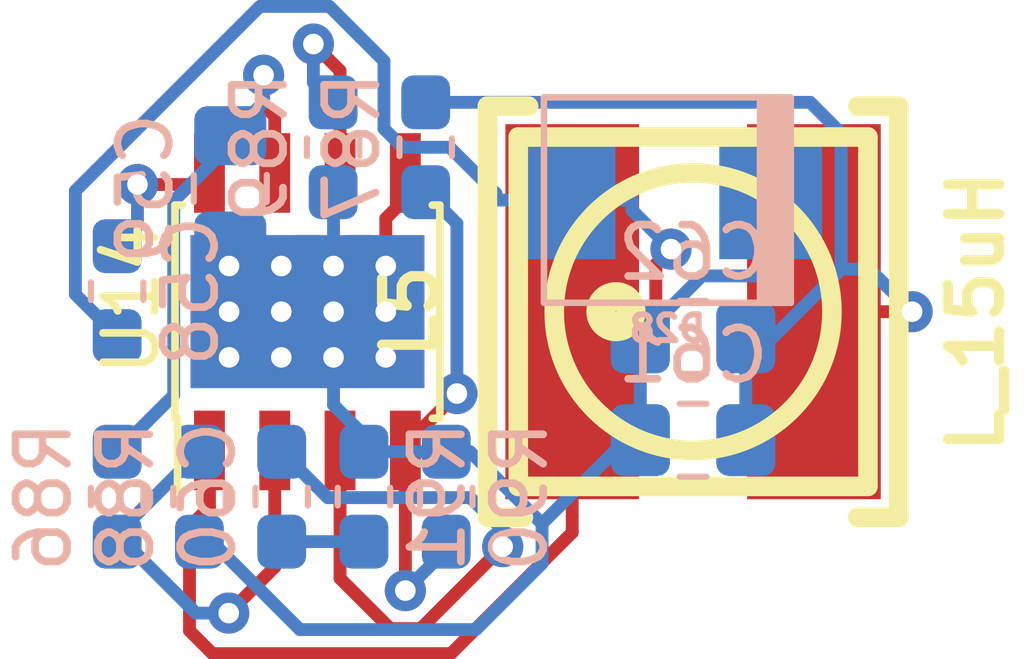
<source format=kicad_pcb>
(kicad_pcb (version 20171130) (host pcbnew 5.1.2-f72e74a~84~ubuntu18.04.1)

  (general
    (thickness 1.6)
    (drawings 0)
    (tracks 120)
    (zones 0)
    (modules 14)
    (nets 11)
  )

  (page A4)
  (layers
    (0 F.Cu signal)
    (31 B.Cu signal)
    (32 B.Adhes user)
    (33 F.Adhes user)
    (34 B.Paste user)
    (35 F.Paste user)
    (36 B.SilkS user)
    (37 F.SilkS user)
    (38 B.Mask user)
    (39 F.Mask user)
    (40 Dwgs.User user)
    (41 Cmts.User user)
    (42 Eco1.User user)
    (43 Eco2.User user)
    (44 Edge.Cuts user)
    (45 Margin user)
    (46 B.CrtYd user)
    (47 F.CrtYd user)
    (48 B.Fab user hide)
    (49 F.Fab user hide)
  )

  (setup
    (last_trace_width 0.25)
    (trace_clearance 0.2)
    (zone_clearance 0.508)
    (zone_45_only no)
    (trace_min 0.2)
    (via_size 0.8)
    (via_drill 0.4)
    (via_min_size 0.4)
    (via_min_drill 0.3)
    (uvia_size 0.3)
    (uvia_drill 0.1)
    (uvias_allowed no)
    (uvia_min_size 0.2)
    (uvia_min_drill 0.1)
    (edge_width 0.1)
    (segment_width 0.2)
    (pcb_text_width 0.3)
    (pcb_text_size 1.5 1.5)
    (mod_edge_width 0.15)
    (mod_text_size 1 1)
    (mod_text_width 0.15)
    (pad_size 1.524 1.524)
    (pad_drill 0.762)
    (pad_to_mask_clearance 0)
    (aux_axis_origin 0 0)
    (visible_elements FFFFFF7F)
    (pcbplotparams
      (layerselection 0x010fc_ffffffff)
      (usegerberextensions false)
      (usegerberattributes false)
      (usegerberadvancedattributes false)
      (creategerberjobfile false)
      (excludeedgelayer true)
      (linewidth 0.100000)
      (plotframeref false)
      (viasonmask false)
      (mode 1)
      (useauxorigin false)
      (hpglpennumber 1)
      (hpglpenspeed 20)
      (hpglpendiameter 15.000000)
      (psnegative false)
      (psa4output false)
      (plotreference true)
      (plotvalue true)
      (plotinvisibletext false)
      (padsonsilk false)
      (subtractmaskfromsilk false)
      (outputformat 1)
      (mirror false)
      (drillshape 1)
      (scaleselection 1)
      (outputdirectory ""))
  )

  (net 0 "")
  (net 1 "Net-(C58-Pad2)")
  (net 2 "Net-(C58-Pad1)")
  (net 3 GND)
  (net 4 +12V)
  (net 5 "Net-(C60-Pad2)")
  (net 6 "Net-(C60-Pad1)")
  (net 7 +5V)
  (net 8 "Net-(R86-Pad2)")
  (net 9 "Net-(R87-Pad2)")
  (net 10 "Net-(R89-Pad1)")

  (net_class Default "This is the default net class."
    (clearance 0.2)
    (trace_width 0.25)
    (via_dia 0.8)
    (via_drill 0.4)
    (uvia_dia 0.3)
    (uvia_drill 0.1)
    (add_net +12V)
    (add_net +5V)
    (add_net GND)
    (add_net "Net-(C58-Pad1)")
    (add_net "Net-(C58-Pad2)")
    (add_net "Net-(C60-Pad1)")
    (add_net "Net-(C60-Pad2)")
    (add_net "Net-(R86-Pad2)")
    (add_net "Net-(R87-Pad2)")
    (add_net "Net-(R89-Pad1)")
  )

  (module footprint-lib:MP1584,SOIC-8_3.9x4.9mm_P1.27mm,thermal_via locked (layer F.Cu) (tedit 5CDE3F96) (tstamp 5D04CEEE)
    (at 54.5 42 90)
    (descr MP1584)
    (tags "MP1584 SOIC-8")
    (path /5CE0CAE9)
    (attr smd)
    (fp_text reference U14 (at 0.254 -3.429 90) (layer F.SilkS)
      (effects (font (size 1 1) (thickness 0.15)))
    )
    (fp_text value MP1584 (at 0 3.5 90) (layer F.Fab)
      (effects (font (size 1 1) (thickness 0.15)))
    )
    (fp_line (start -2.075 -2.525) (end -3.475 -2.525) (layer F.SilkS) (width 0.15))
    (fp_line (start -2.075 2.575) (end 2.075 2.575) (layer F.SilkS) (width 0.15))
    (fp_line (start -2.075 -2.575) (end 2.075 -2.575) (layer F.SilkS) (width 0.15))
    (fp_line (start -2.075 2.575) (end -2.075 2.43) (layer F.SilkS) (width 0.15))
    (fp_line (start 2.075 2.575) (end 2.075 2.43) (layer F.SilkS) (width 0.15))
    (fp_line (start 2.075 -2.575) (end 2.075 -2.43) (layer F.SilkS) (width 0.15))
    (fp_line (start -2.075 -2.575) (end -2.075 -2.525) (layer F.SilkS) (width 0.15))
    (fp_line (start -3.73 2.7) (end 3.73 2.7) (layer F.CrtYd) (width 0.05))
    (fp_line (start -3.73 -2.7) (end 3.73 -2.7) (layer F.CrtYd) (width 0.05))
    (fp_line (start 3.73 -2.7) (end 3.73 2.7) (layer F.CrtYd) (width 0.05))
    (fp_line (start -3.73 -2.7) (end -3.73 2.7) (layer F.CrtYd) (width 0.05))
    (fp_line (start -1.95 -1.45) (end -0.95 -2.45) (layer F.Fab) (width 0.1))
    (fp_line (start -1.95 2.45) (end -1.95 -1.45) (layer F.Fab) (width 0.1))
    (fp_line (start 1.95 2.45) (end -1.95 2.45) (layer F.Fab) (width 0.1))
    (fp_line (start 1.95 -2.45) (end 1.95 2.45) (layer F.Fab) (width 0.1))
    (fp_line (start -0.95 -2.45) (end 1.95 -2.45) (layer F.Fab) (width 0.1))
    (fp_text user %R (at 0 0 90) (layer F.Fab)
      (effects (font (size 1 1) (thickness 0.15)))
    )
    (pad G thru_hole rect (at 0 1.524 90) (size 1.2 1.5) (drill 0.4) (layers *.Cu F.Mask)
      (net 3 GND))
    (pad G thru_hole rect (at 0.889 1.524 90) (size 1.2 1.5) (drill 0.4) (layers *.Cu F.Mask)
      (net 3 GND))
    (pad G thru_hole rect (at -0.889 1.524 90) (size 1.2 1.5) (drill 0.4) (layers *.Cu F.Mask)
      (net 3 GND))
    (pad G thru_hole rect (at 0 0.508 90) (size 1.2 1.5) (drill 0.4) (layers *.Cu F.Mask)
      (net 3 GND))
    (pad G thru_hole rect (at 0.889 0.508 90) (size 1.2 1.5) (drill 0.4) (layers *.Cu F.Mask)
      (net 3 GND))
    (pad G thru_hole rect (at -0.889 0.508 90) (size 1.2 1.5) (drill 0.4) (layers *.Cu F.Mask)
      (net 3 GND))
    (pad G thru_hole rect (at 0 -0.508 90) (size 1.2 1.5) (drill 0.4) (layers *.Cu F.Mask)
      (net 3 GND))
    (pad G thru_hole rect (at 0.889 -0.508 90) (size 1.2 1.5) (drill 0.4) (layers *.Cu F.Mask)
      (net 3 GND))
    (pad G thru_hole rect (at -0.889 -0.508 90) (size 1.2 1.5) (drill 0.4) (layers *.Cu F.Mask)
      (net 3 GND))
    (pad G thru_hole rect (at 0.889 -1.524 90) (size 1.2 1.5) (drill 0.4) (layers *.Cu F.Mask)
      (net 3 GND))
    (pad G thru_hole rect (at 0 -1.524 90) (size 1.2 1.5) (drill 0.4) (layers *.Cu F.Mask)
      (net 3 GND))
    (pad G thru_hole rect (at -0.889 -1.524 90) (size 1.2 1.5) (drill 0.4) (layers *.Cu F.Mask)
      (net 3 GND))
    (pad 8 smd rect (at 2.7 -1.905 90) (size 1.55 0.6) (layers F.Cu F.Paste F.Mask)
      (net 1 "Net-(C58-Pad2)"))
    (pad 7 smd rect (at 2.7 -0.635 90) (size 1.55 0.6) (layers F.Cu F.Paste F.Mask)
      (net 4 +12V))
    (pad 6 smd rect (at 2.7 0.635 90) (size 1.55 0.6) (layers F.Cu F.Paste F.Mask)
      (net 10 "Net-(R89-Pad1)"))
    (pad 5 smd rect (at 2.7 1.905 90) (size 1.55 0.6) (layers F.Cu F.Paste F.Mask)
      (net 3 GND))
    (pad 4 smd rect (at -2.7 1.905 90) (size 1.55 0.6) (layers F.Cu F.Paste F.Mask)
      (net 9 "Net-(R87-Pad2)"))
    (pad 3 smd rect (at -2.7 0.635 90) (size 1.55 0.6) (layers F.Cu F.Paste F.Mask)
      (net 6 "Net-(C60-Pad1)"))
    (pad 2 smd rect (at -2.7 -0.635 90) (size 1.55 0.6) (layers F.Cu F.Paste F.Mask)
      (net 8 "Net-(R86-Pad2)"))
    (pad 1 smd rect (at -2.7 -1.905 90) (size 1.55 0.6) (layers F.Cu F.Paste F.Mask)
      (net 2 "Net-(C58-Pad1)"))
    (model ${KISYS3DMOD}/Package_SO.3dshapes/SOIC-8_3.9x4.9mm_P1.27mm.wrl
      (at (xyz 0 0 0))
      (scale (xyz 1 1 1))
      (rotate (xyz 0 0 0))
    )
  )

  (module Resistor_SMD:R_0603_1608Metric_Pad1.05x0.95mm_HandSolder (layer B.Cu) (tedit 5B301BBD) (tstamp 5D04CEC5)
    (at 55.6 45.6 90)
    (descr "Resistor SMD 0603 (1608 Metric), square (rectangular) end terminal, IPC_7351 nominal with elongated pad for handsoldering. (Body size source: http://www.tortai-tech.com/upload/download/2011102023233369053.pdf), generated with kicad-footprint-generator")
    (tags "resistor handsolder")
    (path /5CE0CAF1)
    (attr smd)
    (fp_text reference R91 (at 0 1.43 90) (layer B.SilkS)
      (effects (font (size 1 1) (thickness 0.15)) (justify mirror))
    )
    (fp_text value R104,0603 (at 0 -1.43 90) (layer B.Fab)
      (effects (font (size 1 1) (thickness 0.15)) (justify mirror))
    )
    (fp_text user %R (at 0 0 90) (layer B.Fab)
      (effects (font (size 0.4 0.4) (thickness 0.06)) (justify mirror))
    )
    (fp_line (start 1.65 -0.73) (end -1.65 -0.73) (layer B.CrtYd) (width 0.05))
    (fp_line (start 1.65 0.73) (end 1.65 -0.73) (layer B.CrtYd) (width 0.05))
    (fp_line (start -1.65 0.73) (end 1.65 0.73) (layer B.CrtYd) (width 0.05))
    (fp_line (start -1.65 -0.73) (end -1.65 0.73) (layer B.CrtYd) (width 0.05))
    (fp_line (start -0.171267 -0.51) (end 0.171267 -0.51) (layer B.SilkS) (width 0.12))
    (fp_line (start -0.171267 0.51) (end 0.171267 0.51) (layer B.SilkS) (width 0.12))
    (fp_line (start 0.8 -0.4) (end -0.8 -0.4) (layer B.Fab) (width 0.1))
    (fp_line (start 0.8 0.4) (end 0.8 -0.4) (layer B.Fab) (width 0.1))
    (fp_line (start -0.8 0.4) (end 0.8 0.4) (layer B.Fab) (width 0.1))
    (fp_line (start -0.8 -0.4) (end -0.8 0.4) (layer B.Fab) (width 0.1))
    (pad 2 smd roundrect (at 0.875 0 90) (size 1.05 0.95) (layers B.Cu B.Paste B.Mask) (roundrect_rratio 0.25)
      (net 3 GND))
    (pad 1 smd roundrect (at -0.875 0 90) (size 1.05 0.95) (layers B.Cu B.Paste B.Mask) (roundrect_rratio 0.25)
      (net 5 "Net-(C60-Pad2)"))
    (model ${KISYS3DMOD}/Resistor_SMD.3dshapes/R_0603_1608Metric.wrl
      (at (xyz 0 0 0))
      (scale (xyz 1 1 1))
      (rotate (xyz 0 0 0))
    )
  )

  (module Resistor_SMD:R_0603_1608Metric_Pad1.05x0.95mm_HandSolder (layer B.Cu) (tedit 5B301BBD) (tstamp 5D04CEB4)
    (at 57.2 45.6 90)
    (descr "Resistor SMD 0603 (1608 Metric), square (rectangular) end terminal, IPC_7351 nominal with elongated pad for handsoldering. (Body size source: http://www.tortai-tech.com/upload/download/2011102023233369053.pdf), generated with kicad-footprint-generator")
    (tags "resistor handsolder")
    (path /5CDF3426)
    (attr smd)
    (fp_text reference R90 (at 0 1.43 90) (layer B.SilkS)
      (effects (font (size 1 1) (thickness 0.15)) (justify mirror))
    )
    (fp_text value R433,0603 (at 0 -1.43 90) (layer B.Fab)
      (effects (font (size 1 1) (thickness 0.15)) (justify mirror))
    )
    (fp_text user %R (at 0 0 90) (layer B.Fab)
      (effects (font (size 0.4 0.4) (thickness 0.06)) (justify mirror))
    )
    (fp_line (start 1.65 -0.73) (end -1.65 -0.73) (layer B.CrtYd) (width 0.05))
    (fp_line (start 1.65 0.73) (end 1.65 -0.73) (layer B.CrtYd) (width 0.05))
    (fp_line (start -1.65 0.73) (end 1.65 0.73) (layer B.CrtYd) (width 0.05))
    (fp_line (start -1.65 -0.73) (end -1.65 0.73) (layer B.CrtYd) (width 0.05))
    (fp_line (start -0.171267 -0.51) (end 0.171267 -0.51) (layer B.SilkS) (width 0.12))
    (fp_line (start -0.171267 0.51) (end 0.171267 0.51) (layer B.SilkS) (width 0.12))
    (fp_line (start 0.8 -0.4) (end -0.8 -0.4) (layer B.Fab) (width 0.1))
    (fp_line (start 0.8 0.4) (end 0.8 -0.4) (layer B.Fab) (width 0.1))
    (fp_line (start -0.8 0.4) (end 0.8 0.4) (layer B.Fab) (width 0.1))
    (fp_line (start -0.8 -0.4) (end -0.8 0.4) (layer B.Fab) (width 0.1))
    (pad 2 smd roundrect (at 0.875 0 90) (size 1.05 0.95) (layers B.Cu B.Paste B.Mask) (roundrect_rratio 0.25)
      (net 3 GND))
    (pad 1 smd roundrect (at -0.875 0 90) (size 1.05 0.95) (layers B.Cu B.Paste B.Mask) (roundrect_rratio 0.25)
      (net 9 "Net-(R87-Pad2)"))
    (model ${KISYS3DMOD}/Resistor_SMD.3dshapes/R_0603_1608Metric.wrl
      (at (xyz 0 0 0))
      (scale (xyz 1 1 1))
      (rotate (xyz 0 0 0))
    )
  )

  (module Resistor_SMD:R_0603_1608Metric_Pad1.05x0.95mm_HandSolder (layer B.Cu) (tedit 5B301BBD) (tstamp 5D04CEA3)
    (at 55 38.8 270)
    (descr "Resistor SMD 0603 (1608 Metric), square (rectangular) end terminal, IPC_7351 nominal with elongated pad for handsoldering. (Body size source: http://www.tortai-tech.com/upload/download/2011102023233369053.pdf), generated with kicad-footprint-generator")
    (tags "resistor handsolder")
    (path /5CE0CAEE)
    (attr smd)
    (fp_text reference R89 (at 0 1.43 90) (layer B.SilkS)
      (effects (font (size 1 1) (thickness 0.15)) (justify mirror))
    )
    (fp_text value R104,0603 (at 0 -1.43 90) (layer B.Fab)
      (effects (font (size 1 1) (thickness 0.15)) (justify mirror))
    )
    (fp_text user %R (at 0 0 90) (layer B.Fab)
      (effects (font (size 0.4 0.4) (thickness 0.06)) (justify mirror))
    )
    (fp_line (start 1.65 -0.73) (end -1.65 -0.73) (layer B.CrtYd) (width 0.05))
    (fp_line (start 1.65 0.73) (end 1.65 -0.73) (layer B.CrtYd) (width 0.05))
    (fp_line (start -1.65 0.73) (end 1.65 0.73) (layer B.CrtYd) (width 0.05))
    (fp_line (start -1.65 -0.73) (end -1.65 0.73) (layer B.CrtYd) (width 0.05))
    (fp_line (start -0.171267 -0.51) (end 0.171267 -0.51) (layer B.SilkS) (width 0.12))
    (fp_line (start -0.171267 0.51) (end 0.171267 0.51) (layer B.SilkS) (width 0.12))
    (fp_line (start 0.8 -0.4) (end -0.8 -0.4) (layer B.Fab) (width 0.1))
    (fp_line (start 0.8 0.4) (end 0.8 -0.4) (layer B.Fab) (width 0.1))
    (fp_line (start -0.8 0.4) (end 0.8 0.4) (layer B.Fab) (width 0.1))
    (fp_line (start -0.8 -0.4) (end -0.8 0.4) (layer B.Fab) (width 0.1))
    (pad 2 smd roundrect (at 0.875 0 270) (size 1.05 0.95) (layers B.Cu B.Paste B.Mask) (roundrect_rratio 0.25)
      (net 3 GND))
    (pad 1 smd roundrect (at -0.875 0 270) (size 1.05 0.95) (layers B.Cu B.Paste B.Mask) (roundrect_rratio 0.25)
      (net 10 "Net-(R89-Pad1)"))
    (model ${KISYS3DMOD}/Resistor_SMD.3dshapes/R_0603_1608Metric.wrl
      (at (xyz 0 0 0))
      (scale (xyz 1 1 1))
      (rotate (xyz 0 0 0))
    )
  )

  (module Resistor_SMD:R_0603_1608Metric_Pad1.05x0.95mm_HandSolder (layer B.Cu) (tedit 5B301BBD) (tstamp 5D04CE92)
    (at 52.4 45.6 270)
    (descr "Resistor SMD 0603 (1608 Metric), square (rectangular) end terminal, IPC_7351 nominal with elongated pad for handsoldering. (Body size source: http://www.tortai-tech.com/upload/download/2011102023233369053.pdf), generated with kicad-footprint-generator")
    (tags "resistor handsolder")
    (path /5CE0CAEF)
    (attr smd)
    (fp_text reference R88 (at 0 1.43 90) (layer B.SilkS)
      (effects (font (size 1 1) (thickness 0.15)) (justify mirror))
    )
    (fp_text value R240,0603 (at 0 -1.43 90) (layer B.Fab)
      (effects (font (size 1 1) (thickness 0.15)) (justify mirror))
    )
    (fp_text user %R (at 0 0 90) (layer B.Fab)
      (effects (font (size 0.4 0.4) (thickness 0.06)) (justify mirror))
    )
    (fp_line (start 1.65 -0.73) (end -1.65 -0.73) (layer B.CrtYd) (width 0.05))
    (fp_line (start 1.65 0.73) (end 1.65 -0.73) (layer B.CrtYd) (width 0.05))
    (fp_line (start -1.65 0.73) (end 1.65 0.73) (layer B.CrtYd) (width 0.05))
    (fp_line (start -1.65 -0.73) (end -1.65 0.73) (layer B.CrtYd) (width 0.05))
    (fp_line (start -0.171267 -0.51) (end 0.171267 -0.51) (layer B.SilkS) (width 0.12))
    (fp_line (start -0.171267 0.51) (end 0.171267 0.51) (layer B.SilkS) (width 0.12))
    (fp_line (start 0.8 -0.4) (end -0.8 -0.4) (layer B.Fab) (width 0.1))
    (fp_line (start 0.8 0.4) (end 0.8 -0.4) (layer B.Fab) (width 0.1))
    (fp_line (start -0.8 0.4) (end 0.8 0.4) (layer B.Fab) (width 0.1))
    (fp_line (start -0.8 -0.4) (end -0.8 0.4) (layer B.Fab) (width 0.1))
    (pad 2 smd roundrect (at 0.875 0 270) (size 1.05 0.95) (layers B.Cu B.Paste B.Mask) (roundrect_rratio 0.25)
      (net 3 GND))
    (pad 1 smd roundrect (at -0.875 0 270) (size 1.05 0.95) (layers B.Cu B.Paste B.Mask) (roundrect_rratio 0.25)
      (net 8 "Net-(R86-Pad2)"))
    (model ${KISYS3DMOD}/Resistor_SMD.3dshapes/R_0603_1608Metric.wrl
      (at (xyz 0 0 0))
      (scale (xyz 1 1 1))
      (rotate (xyz 0 0 0))
    )
  )

  (module Resistor_SMD:R_0603_1608Metric_Pad1.05x0.95mm_HandSolder (layer B.Cu) (tedit 5B301BBD) (tstamp 5D04CE81)
    (at 56.8 38.8 270)
    (descr "Resistor SMD 0603 (1608 Metric), square (rectangular) end terminal, IPC_7351 nominal with elongated pad for handsoldering. (Body size source: http://www.tortai-tech.com/upload/download/2011102023233369053.pdf), generated with kicad-footprint-generator")
    (tags "resistor handsolder")
    (path /5CE0CAF5)
    (attr smd)
    (fp_text reference R87 (at 0 1.43 90) (layer B.SilkS)
      (effects (font (size 1 1) (thickness 0.15)) (justify mirror))
    )
    (fp_text value R224,0603 (at 0 -1.43 90) (layer B.Fab)
      (effects (font (size 1 1) (thickness 0.15)) (justify mirror))
    )
    (fp_text user %R (at 0 0 90) (layer B.Fab)
      (effects (font (size 0.4 0.4) (thickness 0.06)) (justify mirror))
    )
    (fp_line (start 1.65 -0.73) (end -1.65 -0.73) (layer B.CrtYd) (width 0.05))
    (fp_line (start 1.65 0.73) (end 1.65 -0.73) (layer B.CrtYd) (width 0.05))
    (fp_line (start -1.65 0.73) (end 1.65 0.73) (layer B.CrtYd) (width 0.05))
    (fp_line (start -1.65 -0.73) (end -1.65 0.73) (layer B.CrtYd) (width 0.05))
    (fp_line (start -0.171267 -0.51) (end 0.171267 -0.51) (layer B.SilkS) (width 0.12))
    (fp_line (start -0.171267 0.51) (end 0.171267 0.51) (layer B.SilkS) (width 0.12))
    (fp_line (start 0.8 -0.4) (end -0.8 -0.4) (layer B.Fab) (width 0.1))
    (fp_line (start 0.8 0.4) (end 0.8 -0.4) (layer B.Fab) (width 0.1))
    (fp_line (start -0.8 0.4) (end 0.8 0.4) (layer B.Fab) (width 0.1))
    (fp_line (start -0.8 -0.4) (end -0.8 0.4) (layer B.Fab) (width 0.1))
    (pad 2 smd roundrect (at 0.875 0 270) (size 1.05 0.95) (layers B.Cu B.Paste B.Mask) (roundrect_rratio 0.25)
      (net 9 "Net-(R87-Pad2)"))
    (pad 1 smd roundrect (at -0.875 0 270) (size 1.05 0.95) (layers B.Cu B.Paste B.Mask) (roundrect_rratio 0.25)
      (net 7 +5V))
    (model ${KISYS3DMOD}/Resistor_SMD.3dshapes/R_0603_1608Metric.wrl
      (at (xyz 0 0 0))
      (scale (xyz 1 1 1))
      (rotate (xyz 0 0 0))
    )
  )

  (module Resistor_SMD:R_0603_1608Metric_Pad1.05x0.95mm_HandSolder (layer B.Cu) (tedit 5B301BBD) (tstamp 5D04CE70)
    (at 50.8 45.6 270)
    (descr "Resistor SMD 0603 (1608 Metric), square (rectangular) end terminal, IPC_7351 nominal with elongated pad for handsoldering. (Body size source: http://www.tortai-tech.com/upload/download/2011102023233369053.pdf), generated with kicad-footprint-generator")
    (tags "resistor handsolder")
    (path /5CDEDCCB)
    (attr smd)
    (fp_text reference R86 (at 0 1.43 90) (layer B.SilkS)
      (effects (font (size 1 1) (thickness 0.15)) (justify mirror))
    )
    (fp_text value R104,0603 (at 0 -1.43 90) (layer B.Fab)
      (effects (font (size 1 1) (thickness 0.15)) (justify mirror))
    )
    (fp_text user %R (at 0 0 90) (layer B.Fab)
      (effects (font (size 0.4 0.4) (thickness 0.06)) (justify mirror))
    )
    (fp_line (start 1.65 -0.73) (end -1.65 -0.73) (layer B.CrtYd) (width 0.05))
    (fp_line (start 1.65 0.73) (end 1.65 -0.73) (layer B.CrtYd) (width 0.05))
    (fp_line (start -1.65 0.73) (end 1.65 0.73) (layer B.CrtYd) (width 0.05))
    (fp_line (start -1.65 -0.73) (end -1.65 0.73) (layer B.CrtYd) (width 0.05))
    (fp_line (start -0.171267 -0.51) (end 0.171267 -0.51) (layer B.SilkS) (width 0.12))
    (fp_line (start -0.171267 0.51) (end 0.171267 0.51) (layer B.SilkS) (width 0.12))
    (fp_line (start 0.8 -0.4) (end -0.8 -0.4) (layer B.Fab) (width 0.1))
    (fp_line (start 0.8 0.4) (end 0.8 -0.4) (layer B.Fab) (width 0.1))
    (fp_line (start -0.8 0.4) (end 0.8 0.4) (layer B.Fab) (width 0.1))
    (fp_line (start -0.8 -0.4) (end -0.8 0.4) (layer B.Fab) (width 0.1))
    (pad 2 smd roundrect (at 0.875 0 270) (size 1.05 0.95) (layers B.Cu B.Paste B.Mask) (roundrect_rratio 0.25)
      (net 8 "Net-(R86-Pad2)"))
    (pad 1 smd roundrect (at -0.875 0 270) (size 1.05 0.95) (layers B.Cu B.Paste B.Mask) (roundrect_rratio 0.25)
      (net 4 +12V))
    (model ${KISYS3DMOD}/Resistor_SMD.3dshapes/R_0603_1608Metric.wrl
      (at (xyz 0 0 0))
      (scale (xyz 1 1 1))
      (rotate (xyz 0 0 0))
    )
  )

  (module w_smd_inductors:inductor_smd_6.8x3.8mm (layer F.Cu) (tedit 5B6311A7) (tstamp 5D04D107)
    (at 62 42 90)
    (descr "Inductor SMD, 6.8x6.8mm x h.3.8mm, Bourns SRR6038")
    (path /5CDF1242)
    (fp_text reference L5 (at 0 -5.5 90) (layer F.SilkS)
      (effects (font (size 1 1) (thickness 0.2)))
    )
    (fp_text value L_15uH (at 0 5.5 90) (layer F.SilkS)
      (effects (font (size 1 1) (thickness 0.2)))
    )
    (fp_circle (center 0 -1.5) (end 0.5 -1.5) (layer F.SilkS) (width 0.15))
    (fp_circle (center 0 -1.5) (end 0.4 -1.5) (layer F.SilkS) (width 0.15))
    (fp_line (start -4 3.2) (end -4 4) (layer F.SilkS) (width 0.381))
    (fp_line (start -4 4) (end 4 4) (layer F.SilkS) (width 0.381))
    (fp_line (start 4 4) (end 4 3.2) (layer F.SilkS) (width 0.381))
    (fp_line (start -4 -3.3) (end -4 -4) (layer F.SilkS) (width 0.381))
    (fp_line (start -4 -4) (end 4 -4) (layer F.SilkS) (width 0.381))
    (fp_line (start 4 -4) (end 4 -3.2) (layer F.SilkS) (width 0.381))
    (fp_circle (center 0 0) (end 2.7 0) (layer F.SilkS) (width 0.381))
    (fp_line (start -3.4 -3.4) (end 3.4 -3.4) (layer F.SilkS) (width 0.381))
    (fp_line (start 3.4 -3.4) (end 3.4 3.4) (layer F.SilkS) (width 0.381))
    (fp_line (start 3.4 3.4) (end -3.4 3.4) (layer F.SilkS) (width 0.381))
    (fp_line (start -3.4 3.4) (end -3.4 -3.4) (layer F.SilkS) (width 0.381))
    (fp_circle (center 0 -1.5) (end 0 -1.3) (layer F.SilkS) (width 0.381))
    (pad 1 smd rect (at 0 -2.35 90) (size 7.3 2.6) (layers F.Cu F.Paste F.Mask)
      (net 2 "Net-(C58-Pad1)"))
    (pad 2 smd rect (at 0 2.35 90) (size 7.3 2.6) (layers F.Cu F.Paste F.Mask)
      (net 7 +5V))
    (model ${HOME}/_workspace/kicad/kicad_library/smisioto-footprints/modules/packages3d/walter/smd_inductors/inductor_smd_6.8x3.8mm.wrl
      (at (xyz 0 0 0))
      (scale (xyz 1 1 1))
      (rotate (xyz 0 0 0))
    )
  )

  (module w_smd_diode:do214aa (layer B.Cu) (tedit 0) (tstamp 5D04CE32)
    (at 61.5 39.8275)
    (descr DO214AA)
    (path /5CE0CAF3)
    (fp_text reference D28 (at 0 2.49936) (layer B.SilkS)
      (effects (font (size 0.50038 0.50038) (thickness 0.11938)) (justify mirror))
    )
    (fp_text value SD_1N5822_SS34 (at 0 -2.49936) (layer B.SilkS) hide
      (effects (font (size 0.50038 0.50038) (thickness 0.11938)) (justify mirror))
    )
    (fp_line (start -2.4003 1.99898) (end 2.4003 1.99898) (layer B.SilkS) (width 0.127))
    (fp_line (start -2.4003 -1.99898) (end -2.4003 1.99898) (layer B.SilkS) (width 0.127))
    (fp_line (start 2.4003 -1.99898) (end -2.4003 -1.99898) (layer B.SilkS) (width 0.127))
    (fp_line (start 2.4003 1.99898) (end 2.4003 -1.99898) (layer B.SilkS) (width 0.127))
    (fp_line (start 1.80086 1.99898) (end 1.80086 -1.99898) (layer B.SilkS) (width 0.127))
    (fp_line (start 1.89992 1.99898) (end 1.89992 -1.99898) (layer B.SilkS) (width 0.127))
    (fp_line (start 1.99898 -1.99898) (end 1.99898 1.99898) (layer B.SilkS) (width 0.127))
    (fp_line (start 2.10058 1.99898) (end 2.10058 -1.99898) (layer B.SilkS) (width 0.127))
    (fp_line (start 2.19964 -1.99898) (end 2.19964 1.99898) (layer B.SilkS) (width 0.127))
    (fp_line (start 2.30124 1.99898) (end 2.30124 -1.99898) (layer B.SilkS) (width 0.127))
    (pad 1 smd rect (at -2.00914 0) (size 1.99898 2.30124) (layers B.Cu B.Paste B.Mask)
      (net 2 "Net-(C58-Pad1)"))
    (pad 2 smd rect (at 2.00914 0) (size 1.99898 2.30124) (layers B.Cu B.Paste B.Mask)
      (net 3 GND))
    (model ${HOME}/_workspace/kicad/kicad_library/smisioto-footprints/modules/packages3d/walter/smd_diode/do214aa.wrl
      (at (xyz 0 0 0))
      (scale (xyz 1 1 1))
      (rotate (xyz 0 0 0))
    )
  )

  (module Capacitor_SMD:C_0805_2012Metric_Pad1.15x1.40mm_HandSolder (layer B.Cu) (tedit 5B36C52B) (tstamp 5D04CE22)
    (at 62 42.5 180)
    (descr "Capacitor SMD 0805 (2012 Metric), square (rectangular) end terminal, IPC_7351 nominal with elongated pad for handsoldering. (Body size source: https://docs.google.com/spreadsheets/d/1BsfQQcO9C6DZCsRaXUlFlo91Tg2WpOkGARC1WS5S8t0/edit?usp=sharing), generated with kicad-footprint-generator")
    (tags "capacitor handsolder")
    (path /5CDED5E2)
    (attr smd)
    (fp_text reference C62 (at 0 1.65) (layer B.SilkS)
      (effects (font (size 1 1) (thickness 0.15)) (justify mirror))
    )
    (fp_text value C106,0805 (at 0 -1.65) (layer B.Fab)
      (effects (font (size 1 1) (thickness 0.15)) (justify mirror))
    )
    (fp_text user %R (at 0 0) (layer B.Fab)
      (effects (font (size 0.5 0.5) (thickness 0.08)) (justify mirror))
    )
    (fp_line (start 1.85 -0.95) (end -1.85 -0.95) (layer B.CrtYd) (width 0.05))
    (fp_line (start 1.85 0.95) (end 1.85 -0.95) (layer B.CrtYd) (width 0.05))
    (fp_line (start -1.85 0.95) (end 1.85 0.95) (layer B.CrtYd) (width 0.05))
    (fp_line (start -1.85 -0.95) (end -1.85 0.95) (layer B.CrtYd) (width 0.05))
    (fp_line (start -0.261252 -0.71) (end 0.261252 -0.71) (layer B.SilkS) (width 0.12))
    (fp_line (start -0.261252 0.71) (end 0.261252 0.71) (layer B.SilkS) (width 0.12))
    (fp_line (start 1 -0.6) (end -1 -0.6) (layer B.Fab) (width 0.1))
    (fp_line (start 1 0.6) (end 1 -0.6) (layer B.Fab) (width 0.1))
    (fp_line (start -1 0.6) (end 1 0.6) (layer B.Fab) (width 0.1))
    (fp_line (start -1 -0.6) (end -1 0.6) (layer B.Fab) (width 0.1))
    (pad 2 smd roundrect (at 1.025 0 180) (size 1.15 1.4) (layers B.Cu B.Paste B.Mask) (roundrect_rratio 0.217391)
      (net 3 GND))
    (pad 1 smd roundrect (at -1.025 0 180) (size 1.15 1.4) (layers B.Cu B.Paste B.Mask) (roundrect_rratio 0.217391)
      (net 7 +5V))
    (model ${KISYS3DMOD}/Capacitor_SMD.3dshapes/C_0805_2012Metric.wrl
      (at (xyz 0 0 0))
      (scale (xyz 1 1 1))
      (rotate (xyz 0 0 0))
    )
  )

  (module Capacitor_SMD:C_0805_2012Metric_Pad1.15x1.40mm_HandSolder (layer B.Cu) (tedit 5B36C52B) (tstamp 5D04CE11)
    (at 62 44.5 180)
    (descr "Capacitor SMD 0805 (2012 Metric), square (rectangular) end terminal, IPC_7351 nominal with elongated pad for handsoldering. (Body size source: https://docs.google.com/spreadsheets/d/1BsfQQcO9C6DZCsRaXUlFlo91Tg2WpOkGARC1WS5S8t0/edit?usp=sharing), generated with kicad-footprint-generator")
    (tags "capacitor handsolder")
    (path /5CDED279)
    (attr smd)
    (fp_text reference C61 (at 0 1.65) (layer B.SilkS)
      (effects (font (size 1 1) (thickness 0.15)) (justify mirror))
    )
    (fp_text value C106,0805 (at 0 -1.65) (layer B.Fab)
      (effects (font (size 1 1) (thickness 0.15)) (justify mirror))
    )
    (fp_text user %R (at 0 0) (layer B.Fab)
      (effects (font (size 0.5 0.5) (thickness 0.08)) (justify mirror))
    )
    (fp_line (start 1.85 -0.95) (end -1.85 -0.95) (layer B.CrtYd) (width 0.05))
    (fp_line (start 1.85 0.95) (end 1.85 -0.95) (layer B.CrtYd) (width 0.05))
    (fp_line (start -1.85 0.95) (end 1.85 0.95) (layer B.CrtYd) (width 0.05))
    (fp_line (start -1.85 -0.95) (end -1.85 0.95) (layer B.CrtYd) (width 0.05))
    (fp_line (start -0.261252 -0.71) (end 0.261252 -0.71) (layer B.SilkS) (width 0.12))
    (fp_line (start -0.261252 0.71) (end 0.261252 0.71) (layer B.SilkS) (width 0.12))
    (fp_line (start 1 -0.6) (end -1 -0.6) (layer B.Fab) (width 0.1))
    (fp_line (start 1 0.6) (end 1 -0.6) (layer B.Fab) (width 0.1))
    (fp_line (start -1 0.6) (end 1 0.6) (layer B.Fab) (width 0.1))
    (fp_line (start -1 -0.6) (end -1 0.6) (layer B.Fab) (width 0.1))
    (pad 2 smd roundrect (at 1.025 0 180) (size 1.15 1.4) (layers B.Cu B.Paste B.Mask) (roundrect_rratio 0.217391)
      (net 3 GND))
    (pad 1 smd roundrect (at -1.025 0 180) (size 1.15 1.4) (layers B.Cu B.Paste B.Mask) (roundrect_rratio 0.217391)
      (net 7 +5V))
    (model ${KISYS3DMOD}/Capacitor_SMD.3dshapes/C_0805_2012Metric.wrl
      (at (xyz 0 0 0))
      (scale (xyz 1 1 1))
      (rotate (xyz 0 0 0))
    )
  )

  (module Capacitor_SMD:C_0603_1608Metric_Pad1.05x0.95mm_HandSolder (layer B.Cu) (tedit 5B301BBE) (tstamp 5D04CE00)
    (at 54 45.6 270)
    (descr "Capacitor SMD 0603 (1608 Metric), square (rectangular) end terminal, IPC_7351 nominal with elongated pad for handsoldering. (Body size source: http://www.tortai-tech.com/upload/download/2011102023233369053.pdf), generated with kicad-footprint-generator")
    (tags "capacitor handsolder")
    (path /5CDEF999)
    (attr smd)
    (fp_text reference C60 (at 0 1.43 90) (layer B.SilkS)
      (effects (font (size 1 1) (thickness 0.15)) (justify mirror))
    )
    (fp_text value C151,0603 (at 0 -1.43 90) (layer B.Fab)
      (effects (font (size 1 1) (thickness 0.15)) (justify mirror))
    )
    (fp_text user %R (at 0 0 90) (layer B.Fab)
      (effects (font (size 0.4 0.4) (thickness 0.06)) (justify mirror))
    )
    (fp_line (start 1.65 -0.73) (end -1.65 -0.73) (layer B.CrtYd) (width 0.05))
    (fp_line (start 1.65 0.73) (end 1.65 -0.73) (layer B.CrtYd) (width 0.05))
    (fp_line (start -1.65 0.73) (end 1.65 0.73) (layer B.CrtYd) (width 0.05))
    (fp_line (start -1.65 -0.73) (end -1.65 0.73) (layer B.CrtYd) (width 0.05))
    (fp_line (start -0.171267 -0.51) (end 0.171267 -0.51) (layer B.SilkS) (width 0.12))
    (fp_line (start -0.171267 0.51) (end 0.171267 0.51) (layer B.SilkS) (width 0.12))
    (fp_line (start 0.8 -0.4) (end -0.8 -0.4) (layer B.Fab) (width 0.1))
    (fp_line (start 0.8 0.4) (end 0.8 -0.4) (layer B.Fab) (width 0.1))
    (fp_line (start -0.8 0.4) (end 0.8 0.4) (layer B.Fab) (width 0.1))
    (fp_line (start -0.8 -0.4) (end -0.8 0.4) (layer B.Fab) (width 0.1))
    (pad 2 smd roundrect (at 0.875 0 270) (size 1.05 0.95) (layers B.Cu B.Paste B.Mask) (roundrect_rratio 0.25)
      (net 5 "Net-(C60-Pad2)"))
    (pad 1 smd roundrect (at -0.875 0 270) (size 1.05 0.95) (layers B.Cu B.Paste B.Mask) (roundrect_rratio 0.25)
      (net 6 "Net-(C60-Pad1)"))
    (model ${KISYS3DMOD}/Capacitor_SMD.3dshapes/C_0603_1608Metric.wrl
      (at (xyz 0 0 0))
      (scale (xyz 1 1 1))
      (rotate (xyz 0 0 0))
    )
  )

  (module Capacitor_SMD:C_0805_2012Metric_Pad1.15x1.40mm_HandSolder (layer B.Cu) (tedit 5B36C52B) (tstamp 5D04CDEF)
    (at 53 39.6 270)
    (descr "Capacitor SMD 0805 (2012 Metric), square (rectangular) end terminal, IPC_7351 nominal with elongated pad for handsoldering. (Body size source: https://docs.google.com/spreadsheets/d/1BsfQQcO9C6DZCsRaXUlFlo91Tg2WpOkGARC1WS5S8t0/edit?usp=sharing), generated with kicad-footprint-generator")
    (tags "capacitor handsolder")
    (path /5CDED021)
    (attr smd)
    (fp_text reference C59 (at 0 1.65 90) (layer B.SilkS)
      (effects (font (size 1 1) (thickness 0.15)) (justify mirror))
    )
    (fp_text value C106,0805 (at 0 -1.65 90) (layer B.Fab)
      (effects (font (size 1 1) (thickness 0.15)) (justify mirror))
    )
    (fp_text user %R (at 0 0 90) (layer B.Fab)
      (effects (font (size 0.5 0.5) (thickness 0.08)) (justify mirror))
    )
    (fp_line (start 1.85 -0.95) (end -1.85 -0.95) (layer B.CrtYd) (width 0.05))
    (fp_line (start 1.85 0.95) (end 1.85 -0.95) (layer B.CrtYd) (width 0.05))
    (fp_line (start -1.85 0.95) (end 1.85 0.95) (layer B.CrtYd) (width 0.05))
    (fp_line (start -1.85 -0.95) (end -1.85 0.95) (layer B.CrtYd) (width 0.05))
    (fp_line (start -0.261252 -0.71) (end 0.261252 -0.71) (layer B.SilkS) (width 0.12))
    (fp_line (start -0.261252 0.71) (end 0.261252 0.71) (layer B.SilkS) (width 0.12))
    (fp_line (start 1 -0.6) (end -1 -0.6) (layer B.Fab) (width 0.1))
    (fp_line (start 1 0.6) (end 1 -0.6) (layer B.Fab) (width 0.1))
    (fp_line (start -1 0.6) (end 1 0.6) (layer B.Fab) (width 0.1))
    (fp_line (start -1 -0.6) (end -1 0.6) (layer B.Fab) (width 0.1))
    (pad 2 smd roundrect (at 1.025 0 270) (size 1.15 1.4) (layers B.Cu B.Paste B.Mask) (roundrect_rratio 0.217391)
      (net 3 GND))
    (pad 1 smd roundrect (at -1.025 0 270) (size 1.15 1.4) (layers B.Cu B.Paste B.Mask) (roundrect_rratio 0.217391)
      (net 4 +12V))
    (model ${KISYS3DMOD}/Capacitor_SMD.3dshapes/C_0805_2012Metric.wrl
      (at (xyz 0 0 0))
      (scale (xyz 1 1 1))
      (rotate (xyz 0 0 0))
    )
  )

  (module Capacitor_SMD:C_0603_1608Metric_Pad1.05x0.95mm_HandSolder (layer B.Cu) (tedit 5B301BBE) (tstamp 5D04CDDE)
    (at 50.8 41.6 90)
    (descr "Capacitor SMD 0603 (1608 Metric), square (rectangular) end terminal, IPC_7351 nominal with elongated pad for handsoldering. (Body size source: http://www.tortai-tech.com/upload/download/2011102023233369053.pdf), generated with kicad-footprint-generator")
    (tags "capacitor handsolder")
    (path /5CE0CAF2)
    (attr smd)
    (fp_text reference C58 (at 0 1.43 90) (layer B.SilkS)
      (effects (font (size 1 1) (thickness 0.15)) (justify mirror))
    )
    (fp_text value C104,0603 (at 0 -1.43 90) (layer B.Fab)
      (effects (font (size 1 1) (thickness 0.15)) (justify mirror))
    )
    (fp_text user %R (at 0 0 90) (layer B.Fab)
      (effects (font (size 0.4 0.4) (thickness 0.06)) (justify mirror))
    )
    (fp_line (start 1.65 -0.73) (end -1.65 -0.73) (layer B.CrtYd) (width 0.05))
    (fp_line (start 1.65 0.73) (end 1.65 -0.73) (layer B.CrtYd) (width 0.05))
    (fp_line (start -1.65 0.73) (end 1.65 0.73) (layer B.CrtYd) (width 0.05))
    (fp_line (start -1.65 -0.73) (end -1.65 0.73) (layer B.CrtYd) (width 0.05))
    (fp_line (start -0.171267 -0.51) (end 0.171267 -0.51) (layer B.SilkS) (width 0.12))
    (fp_line (start -0.171267 0.51) (end 0.171267 0.51) (layer B.SilkS) (width 0.12))
    (fp_line (start 0.8 -0.4) (end -0.8 -0.4) (layer B.Fab) (width 0.1))
    (fp_line (start 0.8 0.4) (end 0.8 -0.4) (layer B.Fab) (width 0.1))
    (fp_line (start -0.8 0.4) (end 0.8 0.4) (layer B.Fab) (width 0.1))
    (fp_line (start -0.8 -0.4) (end -0.8 0.4) (layer B.Fab) (width 0.1))
    (pad 2 smd roundrect (at 0.875 0 90) (size 1.05 0.95) (layers B.Cu B.Paste B.Mask) (roundrect_rratio 0.25)
      (net 1 "Net-(C58-Pad2)"))
    (pad 1 smd roundrect (at -0.875 0 90) (size 1.05 0.95) (layers B.Cu B.Paste B.Mask) (roundrect_rratio 0.25)
      (net 2 "Net-(C58-Pad1)"))
    (model ${KISYS3DMOD}/Capacitor_SMD.3dshapes/C_0603_1608Metric.wrl
      (at (xyz 0 0 0))
      (scale (xyz 1 1 1))
      (rotate (xyz 0 0 0))
    )
  )

  (segment (start 52.595 39.3) (end 52.3703 39.5247) (width 0.25) (layer F.Cu) (net 1))
  (segment (start 52.3703 39.5247) (end 51.1952 39.5247) (width 0.25) (layer F.Cu) (net 1))
  (segment (start 50.8 40.725) (end 51.1952 40.3298) (width 0.25) (layer B.Cu) (net 1))
  (segment (start 51.1952 40.3298) (end 51.1952 39.5247) (width 0.25) (layer B.Cu) (net 1))
  (via (at 51.1952 39.5247) (size 0.8) (layers F.Cu B.Cu) (net 1))
  (segment (start 61.5703 40.7818) (end 61.2753 41.0768) (width 0.25) (layer F.Cu) (net 2))
  (segment (start 61.2753 41.0768) (end 61.2753 42) (width 0.25) (layer F.Cu) (net 2))
  (segment (start 60.8157 39.8275) (end 60.8157 40.0272) (width 0.25) (layer B.Cu) (net 2))
  (segment (start 60.8157 40.0272) (end 61.5703 40.7818) (width 0.25) (layer B.Cu) (net 2))
  (segment (start 59.4909 39.8275) (end 60.8157 39.8275) (width 0.25) (layer B.Cu) (net 2))
  (segment (start 59.65 42) (end 61.2753 42) (width 0.25) (layer F.Cu) (net 2))
  (segment (start 58.8285 39.8275) (end 59.4909 39.8275) (width 0.25) (layer B.Cu) (net 2))
  (segment (start 58.8285 39.8275) (end 58.1661 39.8275) (width 0.25) (layer B.Cu) (net 2))
  (segment (start 50.8 42.475) (end 49.9877 41.6627) (width 0.25) (layer B.Cu) (net 2))
  (segment (start 49.9877 41.6627) (end 49.9877 39.6478) (width 0.25) (layer B.Cu) (net 2))
  (segment (start 49.9877 39.6478) (end 53.5766 36.0589) (width 0.25) (layer B.Cu) (net 2))
  (segment (start 53.5766 36.0589) (end 54.9272 36.0589) (width 0.25) (layer B.Cu) (net 2))
  (segment (start 54.9272 36.0589) (end 55.9888 37.1205) (width 0.25) (layer B.Cu) (net 2))
  (segment (start 55.9888 37.1205) (end 55.9888 38.4387) (width 0.25) (layer B.Cu) (net 2))
  (segment (start 55.9888 38.4387) (end 56.3501 38.8) (width 0.25) (layer B.Cu) (net 2))
  (segment (start 56.3501 38.8) (end 57.2672 38.8) (width 0.25) (layer B.Cu) (net 2))
  (segment (start 57.2672 38.8) (end 58.1661 39.6989) (width 0.25) (layer B.Cu) (net 2))
  (segment (start 58.1661 39.6989) (end 58.1661 39.8275) (width 0.25) (layer B.Cu) (net 2))
  (segment (start 52.595 44.7) (end 52.595 45.8003) (width 0.25) (layer F.Cu) (net 2))
  (segment (start 52.595 45.8003) (end 52.2071 46.1882) (width 0.25) (layer F.Cu) (net 2))
  (segment (start 52.2071 46.1882) (end 52.2071 48.209) (width 0.25) (layer F.Cu) (net 2))
  (segment (start 52.2071 48.209) (end 52.6529 48.6548) (width 0.25) (layer F.Cu) (net 2))
  (segment (start 52.6529 48.6548) (end 57.2916 48.6548) (width 0.25) (layer F.Cu) (net 2))
  (segment (start 57.2916 48.6548) (end 59.65 46.2964) (width 0.25) (layer F.Cu) (net 2))
  (segment (start 59.65 46.2964) (end 59.65 45.9753) (width 0.25) (layer F.Cu) (net 2))
  (segment (start 59.65 42) (end 59.65 45.9753) (width 0.25) (layer F.Cu) (net 2))
  (via (at 61.5703 40.7818) (size 0.8) (layers F.Cu B.Cu) (net 2))
  (segment (start 60.975 42.5) (end 62.1716 41.3034) (width 0.25) (layer B.Cu) (net 3))
  (segment (start 62.1716 41.3034) (end 63.5091 41.3034) (width 0.25) (layer B.Cu) (net 3))
  (segment (start 60.975 44.5) (end 60.975 42.5) (width 0.25) (layer B.Cu) (net 3))
  (segment (start 63.5091 39.8275) (end 63.5091 41.3034) (width 0.25) (layer B.Cu) (net 3))
  (segment (start 60.975 44.5) (end 60.6885 44.5) (width 0.25) (layer B.Cu) (net 3))
  (segment (start 60.6885 44.5) (end 59.0629 46.1256) (width 0.25) (layer B.Cu) (net 3))
  (segment (start 52.976 41.111) (end 52.976 42) (width 0.25) (layer B.Cu) (net 3))
  (segment (start 53 40.625) (end 52.976 40.649) (width 0.25) (layer B.Cu) (net 3))
  (segment (start 52.976 40.649) (end 52.976 41.111) (width 0.25) (layer B.Cu) (net 3))
  (segment (start 59.0629 46.1256) (end 59.0629 46.9004) (width 0.25) (layer B.Cu) (net 3))
  (segment (start 59.0629 46.9004) (end 57.7763 48.187) (width 0.25) (layer B.Cu) (net 3))
  (segment (start 57.7763 48.187) (end 54.3538 48.187) (width 0.25) (layer B.Cu) (net 3))
  (segment (start 54.3538 48.187) (end 52.6418 46.475) (width 0.25) (layer B.Cu) (net 3))
  (segment (start 52.6418 46.475) (end 52.4 46.475) (width 0.25) (layer B.Cu) (net 3))
  (segment (start 57.2 44.725) (end 57.6623 44.725) (width 0.25) (layer B.Cu) (net 3))
  (segment (start 57.6623 44.725) (end 59.0629 46.1256) (width 0.25) (layer B.Cu) (net 3))
  (segment (start 55.6 44.725) (end 57.2 44.725) (width 0.25) (layer B.Cu) (net 3))
  (segment (start 55.008 42.889) (end 55.008 43.8143) (width 0.25) (layer B.Cu) (net 3))
  (segment (start 55.008 43.8143) (end 55.6 44.4063) (width 0.25) (layer B.Cu) (net 3))
  (segment (start 55.6 44.4063) (end 55.6 44.725) (width 0.25) (layer B.Cu) (net 3))
  (segment (start 55.008 42.889) (end 55.008 42) (width 0.25) (layer B.Cu) (net 3))
  (segment (start 56.405 39.3) (end 56.405 39.8047) (width 0.25) (layer F.Cu) (net 3))
  (segment (start 56.405 39.8047) (end 56.024 40.1857) (width 0.25) (layer F.Cu) (net 3))
  (segment (start 56.024 41.111) (end 56.024 42) (width 0.25) (layer B.Cu) (net 3))
  (segment (start 56.024 42.889) (end 56.024 42) (width 0.25) (layer B.Cu) (net 3))
  (segment (start 55.008 42.889) (end 56.024 42.889) (width 0.25) (layer F.Cu) (net 3))
  (segment (start 53.992 42.889) (end 55.008 42.889) (width 0.25) (layer F.Cu) (net 3))
  (segment (start 55.008 41.111) (end 55.008 42) (width 0.25) (layer B.Cu) (net 3))
  (segment (start 55 39.675) (end 55.008 39.683) (width 0.25) (layer B.Cu) (net 3))
  (segment (start 55.008 39.683) (end 55.008 41.111) (width 0.25) (layer B.Cu) (net 3))
  (segment (start 52.976 42.889) (end 53.992 42.889) (width 0.25) (layer F.Cu) (net 3))
  (segment (start 53.992 41.111) (end 53.992 42) (width 0.25) (layer B.Cu) (net 3))
  (segment (start 53.992 42.889) (end 53.992 42) (width 0.25) (layer B.Cu) (net 3))
  (segment (start 52.976 42.889) (end 52.976 42) (width 0.25) (layer B.Cu) (net 3))
  (segment (start 56.024 41.111) (end 56.024 40.1857) (width 0.25) (layer F.Cu) (net 3))
  (segment (start 53 38.575) (end 53.6479 37.9271) (width 0.25) (layer B.Cu) (net 4))
  (segment (start 53.6479 37.9271) (end 53.6479 37.3972) (width 0.25) (layer B.Cu) (net 4))
  (segment (start 50.8 44.725) (end 51.9006 43.6244) (width 0.25) (layer B.Cu) (net 4))
  (segment (start 51.9006 43.6244) (end 51.9006 39.8453) (width 0.25) (layer B.Cu) (net 4))
  (segment (start 51.9006 39.8453) (end 53 38.7459) (width 0.25) (layer B.Cu) (net 4))
  (segment (start 53 38.7459) (end 53 38.575) (width 0.25) (layer B.Cu) (net 4))
  (segment (start 53.6479 37.3972) (end 53.6479 37.9826) (width 0.25) (layer F.Cu) (net 4))
  (segment (start 53.6479 37.9826) (end 53.865 38.1997) (width 0.25) (layer F.Cu) (net 4))
  (segment (start 53.865 39.3) (end 53.865 38.1997) (width 0.25) (layer F.Cu) (net 4))
  (via (at 53.6479 37.3972) (size 0.8) (layers F.Cu B.Cu) (net 4))
  (segment (start 54 46.475) (end 55.6 46.475) (width 0.25) (layer B.Cu) (net 5))
  (segment (start 55.135 44.7) (end 55.135 47.1911) (width 0.25) (layer F.Cu) (net 6))
  (segment (start 55.135 47.1911) (end 56.1115 48.1676) (width 0.25) (layer F.Cu) (net 6))
  (segment (start 56.1115 48.1676) (end 56.7026 48.1676) (width 0.25) (layer F.Cu) (net 6))
  (segment (start 56.7026 48.1676) (end 58.2975 46.5727) (width 0.25) (layer F.Cu) (net 6))
  (segment (start 54 44.725) (end 54.8936 45.6186) (width 0.25) (layer B.Cu) (net 6))
  (segment (start 54.8936 45.6186) (end 57.6682 45.6186) (width 0.25) (layer B.Cu) (net 6))
  (segment (start 57.6682 45.6186) (end 58.2975 46.2479) (width 0.25) (layer B.Cu) (net 6))
  (segment (start 58.2975 46.2479) (end 58.2975 46.5727) (width 0.25) (layer B.Cu) (net 6))
  (via (at 58.2975 46.5727) (size 0.8) (layers F.Cu B.Cu) (net 6))
  (segment (start 64.8795 41.1723) (end 64.8795 38.5272) (width 0.25) (layer B.Cu) (net 7))
  (segment (start 64.8795 38.5272) (end 64.2773 37.925) (width 0.25) (layer B.Cu) (net 7))
  (segment (start 64.2773 37.925) (end 56.8 37.925) (width 0.25) (layer B.Cu) (net 7))
  (segment (start 63.025 42.5) (end 63.5518 42.5) (width 0.25) (layer B.Cu) (net 7))
  (segment (start 63.5518 42.5) (end 64.8795 41.1723) (width 0.25) (layer B.Cu) (net 7))
  (segment (start 64.8795 41.1723) (end 65.4319 41.1723) (width 0.25) (layer B.Cu) (net 7))
  (segment (start 65.4319 41.1723) (end 66.2596 42) (width 0.25) (layer B.Cu) (net 7))
  (segment (start 65.9753 42) (end 66.2596 42) (width 0.25) (layer F.Cu) (net 7))
  (segment (start 64.35 42) (end 65.9753 42) (width 0.25) (layer F.Cu) (net 7))
  (segment (start 63.025 44.5) (end 63.025 42.5) (width 0.25) (layer B.Cu) (net 7))
  (via (at 66.2596 42) (size 0.8) (layers F.Cu B.Cu) (net 7))
  (segment (start 50.9397 46.475) (end 50.9397 46.1853) (width 0.25) (layer B.Cu) (net 8))
  (segment (start 50.9397 46.1853) (end 52.4 44.725) (width 0.25) (layer B.Cu) (net 8))
  (segment (start 52.9693 47.8655) (end 52.3302 47.8655) (width 0.25) (layer B.Cu) (net 8))
  (segment (start 52.3302 47.8655) (end 50.9397 46.475) (width 0.25) (layer B.Cu) (net 8))
  (segment (start 50.9397 46.475) (end 50.8 46.475) (width 0.25) (layer B.Cu) (net 8))
  (segment (start 53.865 44.7) (end 53.865 46.9698) (width 0.25) (layer F.Cu) (net 8))
  (segment (start 53.865 46.9698) (end 52.9693 47.8655) (width 0.25) (layer F.Cu) (net 8))
  (via (at 52.9693 47.8655) (size 0.8) (layers F.Cu B.Cu) (net 8))
  (segment (start 56.405 44.7) (end 56.405 47.4279) (width 0.25) (layer F.Cu) (net 9))
  (segment (start 56.405 47.4279) (end 57.2 46.6329) (width 0.25) (layer B.Cu) (net 9))
  (segment (start 57.2 46.6329) (end 57.2 46.475) (width 0.25) (layer B.Cu) (net 9))
  (segment (start 57.4076 43.5933) (end 56.405 44.5959) (width 0.25) (layer F.Cu) (net 9))
  (segment (start 56.405 44.5959) (end 56.405 44.7) (width 0.25) (layer F.Cu) (net 9))
  (segment (start 56.8 39.675) (end 57.4076 40.2826) (width 0.25) (layer B.Cu) (net 9))
  (segment (start 57.4076 40.2826) (end 57.4076 43.5933) (width 0.25) (layer B.Cu) (net 9))
  (via (at 56.405 47.4279) (size 0.8) (layers F.Cu B.Cu) (net 9))
  (via (at 57.4076 43.5933) (size 0.8) (layers F.Cu B.Cu) (net 9))
  (segment (start 54.6165 36.7915) (end 55.135 37.31) (width 0.25) (layer F.Cu) (net 10))
  (segment (start 55.135 37.31) (end 55.135 39.3) (width 0.25) (layer F.Cu) (net 10))
  (segment (start 55 37.925) (end 54.6165 37.5415) (width 0.25) (layer B.Cu) (net 10))
  (segment (start 54.6165 37.5415) (end 54.6165 36.7915) (width 0.25) (layer B.Cu) (net 10))
  (via (at 54.6165 36.7915) (size 0.8) (layers F.Cu B.Cu) (net 10))

)

</source>
